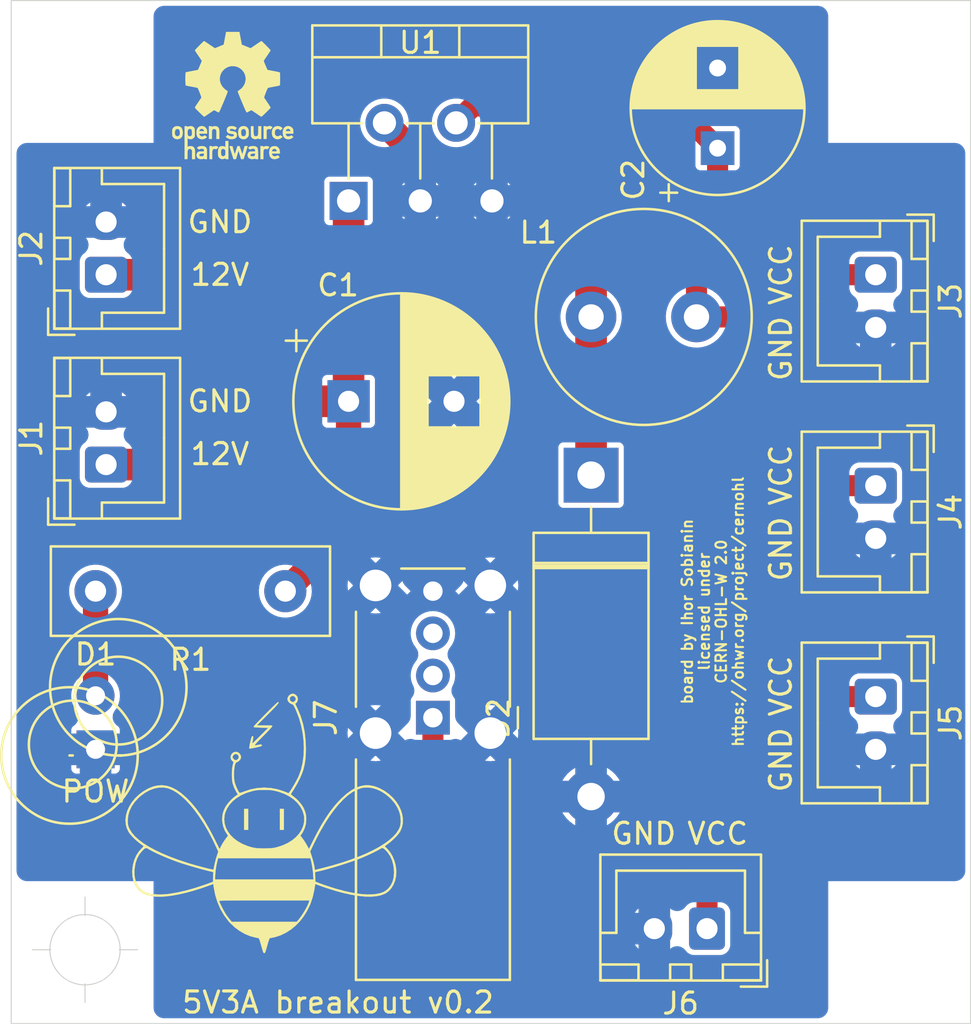
<source format=kicad_pcb>
(kicad_pcb (version 20171130) (host pcbnew "(5.1.4-0-10_14)")
  (layers (0 F.Cu signal) (31 B.Cu signal hide) (34 B.Paste user) (35 F.Paste user) (36 B.SilkS user) (37 F.SilkS user) (38 B.Mask user) (39 F.Mask user) (44 Edge.Cuts user))
  (net 0 "")
  (net 1 "GND")
  (net 2 "Net-(C1-Pad1)")
  (net 3 "Net-(C2-Pad1)")
  (net 4 "Net-(D1-Pad2)")
  (net 5 "Net-(D2-Pad1)")
  (module "MountingHole:MountingHole_3.2mm_M3_DIN965" (layer "F.Cu") (at 162 115.5)
    (fp_text reference "REF**" hide)
    (fp_text value "MountingHole_3.2mm_M3_DIN965" hide)
    (pad "" np_thru_hole circle (at 0 0) (size 3.2 3.2) (drill 3.2) (layers *.Cu *.Mask))
  )
  (module "MountingHole:MountingHole_3.2mm_M3_DIN965" (layer "F.Cu") (at 162 157)
    (fp_text reference "REF**" hide)
    (fp_text value "MountingHole_3.2mm_M3_DIN965" hide)
    (pad "" np_thru_hole circle (at 0 0) (size 3.2 3.2) (drill 3.2) (layers *.Cu *.Mask))
  )
  (module "MountingHole:MountingHole_3.2mm_M3_DIN965" (layer "F.Cu") (at 200.5 157)
    (fp_text reference "REF**" hide)
    (fp_text value "MountingHole_3.2mm_M3_DIN965" hide)
    (pad "" np_thru_hole circle (at 0 0) (size 3.2 3.2) (drill 3.2) (layers *.Cu *.Mask))
  )
  (module "MountingHole:MountingHole_3.2mm_M3_DIN965" (layer "F.Cu") (at 200.5 115.5)
    (fp_text reference "REF**" hide)
    (fp_text value "MountingHole_3.2mm_M3_DIN965" hide)
    (pad "" np_thru_hole circle (at 0 0) (size 3.2 3.2) (drill 3.2) (layers *.Cu *.Mask))
  )
  (module "Inductor_THT:L_Radial_D10.0mm_P5.00mm_Neosid_SD12_style3" (layer "F.Cu") (at 186 127)
    (fp_text reference "L1" (at -2.5 -4) (layer "F.SilkS"))
    (fp_text value "33µH")
    (pad "1" thru_hole circle (at 0 0) (size 2.4 2.4) (drill 1.2) (layers *.Cu *.Mask) (net 5 "Net-(D2-Pad1)"))
    (pad "2" thru_hole circle (at 5 0) (size 2.4 2.4) (drill 1.2) (layers *.Cu *.Mask) (net 3 "Net-(C2-Pad1)"))
  )
  (module "Connector_JST:JST_XH_B2B-XH-A_1x02_P2.50mm_Vertical" (layer "F.Cu") (at 199.5 135 -90)
    (fp_text reference "J4" (at 1.25 -3.55 90) (layer "F.SilkS"))
    (fp_text value "Conn_01x02" hide)
    (pad "1" thru_hole roundrect (at 0 0 270) (size 1.7 2) (drill 1) (layers *.Cu *.Mask) (roundrect_rratio 0.147059) (net 3 "Net-(C2-Pad1)"))
    (pad "2" thru_hole oval (at 2.5 0 270) (size 1.7 2) (drill 1) (layers *.Cu *.Mask) (net 1 "GND"))
  )
  (module "Connector_JST:JST_XH_B2B-XH-A_1x02_P2.50mm_Vertical" (layer "F.Cu") (at 199.5 125 -90)
    (fp_text reference "J3" (at 1.25 -3.55 90) (layer "F.SilkS"))
    (fp_text value "Conn_01x02")
    (pad "1" thru_hole roundrect (at 0 0 270) (size 1.7 2) (drill 1) (layers *.Cu *.Mask) (roundrect_rratio 0.147059) (net 3 "Net-(C2-Pad1)"))
    (pad "2" thru_hole oval (at 2.5 0 270) (size 1.7 2) (drill 1) (layers *.Cu *.Mask) (net 1 "GND"))
  )
  (module "Diode_THT:D_DO-201_P15.24mm_Horizontal" (layer "F.Cu") (at 186 134.5 -90)
    (fp_text reference "D2" (at 11.55 4.39 90) (layer "F.SilkS"))
    (fp_text value "D_Schottky")
    (pad "1" thru_hole rect (at 0 0 270) (size 2.6 2.6) (drill 1.3) (layers *.Cu *.Mask) (net 5 "Net-(D2-Pad1)"))
    (pad "2" thru_hole oval (at 15.24 0 270) (size 2.6 2.6) (drill 1.3) (layers *.Cu *.Mask) (net 1 "GND"))
  )
  (module "Capacitor_THT:CP_Radial_D8.0mm_P3.80mm" (layer "F.Cu") (at 192 119 90)
    (fp_text reference "C2" (at -1.5 -4 90) (layer "F.SilkS"))
    (fp_text value "220µ")
    (pad "1" thru_hole rect (at 0 0 90) (size 1.6 1.6) (drill 0.8) (layers *.Cu *.Mask) (net 3 "Net-(C2-Pad1)"))
    (pad "2" thru_hole circle (at 3.8 0 90) (size 1.6 1.6) (drill 0.8) (layers *.Cu *.Mask) (net 1 "GND"))
  )
  (module "Capacitor_THT:CP_Radial_D10.0mm_P5.00mm" (layer "F.Cu") (at 174.5 131)
    (fp_text reference "C1" (at -0.5 -5.5) (layer "F.SilkS"))
    (fp_text value "680µ")
    (pad "1" thru_hole rect (at 0 0) (size 2 2) (drill 1) (layers *.Cu *.Mask) (net 2 "Net-(C1-Pad1)"))
    (pad "2" thru_hole circle (at 5 0) (size 2 2) (drill 1) (layers *.Cu *.Mask) (net 1 "GND"))
  )
  (module "Symbol:OSHW-Logo_5.7x6mm_SilkScreen" (layer "F.Cu") (at 169 116.5)
    (fp_text reference "REF**" hide)
    (fp_text value "OSHW-Logo_5.7x6mm_SilkScreen" hide)
  )
  (module "Package_TO_SOT_THT:TO-220-5_P3.4x3.7mm_StaggerOdd_Lead3.8mm_Vertical" (layer "F.Cu") (at 174.5 121.5)
    (fp_text reference "U1" (at 3.4 -7.5) (layer "F.SilkS"))
    (fp_text value "LM2596S-5")
    (pad "1" thru_hole rect (at 0 0) (size 1.8 1.8) (drill 1.1) (layers *.Cu *.Mask) (net 2 "Net-(C1-Pad1)"))
    (pad "2" thru_hole oval (at 1.7 -3.7) (size 1.8 1.8) (drill 1.1) (layers *.Cu *.Mask) (net 5 "Net-(D2-Pad1)"))
    (pad "3" thru_hole oval (at 3.4 0) (size 1.8 1.8) (drill 1.1) (layers *.Cu *.Mask) (net 1 "GND"))
    (pad "4" thru_hole oval (at 5.1 -3.7) (size 1.8 1.8) (drill 1.1) (layers *.Cu *.Mask) (net 3 "Net-(C2-Pad1)"))
    (pad "5" thru_hole oval (at 6.8 0) (size 1.8 1.8) (drill 1.1) (layers *.Cu *.Mask) (net 1 "GND"))
  )
  (module "Connector_JST:JST_XH_B2B-XH-A_1x02_P2.50mm_Vertical" (layer "F.Cu") (at 163 134 90)
    (fp_text reference "J1" (at 1.25 -3.55 90) (layer "F.SilkS"))
    (fp_text value "Conn_01x02")
    (pad "1" thru_hole roundrect (at 0 0 90) (size 1.7 2) (drill 1) (layers *.Cu *.Mask) (roundrect_rratio 0.147059) (net 2 "Net-(C1-Pad1)"))
    (pad "2" thru_hole oval (at 2.5 0 90) (size 1.7 2) (drill 1) (layers *.Cu *.Mask) (net 1 "GND"))
  )
  (module "Connector_JST:JST_XH_B2B-XH-A_1x02_P2.50mm_Vertical" (layer "F.Cu") (at 163 125 90)
    (fp_text reference "J2" (at 1.25 -3.55 90) (layer "F.SilkS"))
    (fp_text value "Conn_01x02")
    (pad "1" thru_hole roundrect (at 0 0 90) (size 1.7 2) (drill 1) (layers *.Cu *.Mask) (roundrect_rratio 0.147059) (net 2 "Net-(C1-Pad1)"))
    (pad "2" thru_hole oval (at 2.5 0 90) (size 1.7 2) (drill 1) (layers *.Cu *.Mask) (net 1 "GND"))
  )
  (module "LED_THT:LED_D3.0mm" (layer "F.Cu") (at 162.5 147.5 90)
    (fp_text reference "D1" (at 4.5 0 180) (layer "F.SilkS"))
    (fp_text value "LED")
    (pad "1" thru_hole rect (at 0 0 90) (size 1.8 1.8) (drill 0.9) (layers *.Cu *.Mask) (net 1 "GND"))
    (pad "2" thru_hole circle (at 2.54 0 90) (size 1.8 1.8) (drill 0.9) (layers *.Cu *.Mask) (net 4 "Net-(D1-Pad2)"))
  )
  (module "Resistor_THT:R_Box_L13.0mm_W4.0mm_P9.00mm" (layer "F.Cu") (at 171.5 140 180)
    (fp_text reference "R1" (at 4.5 -3.25) (layer "F.SilkS"))
    (fp_text value "560")
    (pad "1" thru_hole circle (at 0 0 180) (size 2 2) (drill 1) (layers *.Cu *.Mask) (net 2 "Net-(C1-Pad1)"))
    (pad "2" thru_hole circle (at 9 0 180) (size 2 2) (drill 1) (layers *.Cu *.Mask) (net 4 "Net-(D1-Pad2)"))
  )
  (module "Connector_JST:JST_XH_B2B-XH-A_1x02_P2.50mm_Vertical" (layer "F.Cu") (at 199.5 145 -90)
    (fp_text reference "J5" (at 1.25 -3.55 90) (layer "F.SilkS"))
    (fp_text value "Conn_01x02")
    (pad "1" thru_hole roundrect (at 0 0 270) (size 1.7 2) (drill 1) (layers *.Cu *.Mask) (roundrect_rratio 0.147059) (net 3 "Net-(C2-Pad1)"))
    (pad "2" thru_hole oval (at 2.5 0 270) (size 1.7 2) (drill 1) (layers *.Cu *.Mask) (net 1 "GND"))
  )
  (module "Connector_JST:JST_XH_B2B-XH-A_1x02_P2.50mm_Vertical" (layer "F.Cu") (at 191.5 156 180)
    (fp_text reference "J6" (at 1.25 -3.55) (layer "F.SilkS"))
    (fp_text value "Conn_01x02")
    (pad "1" thru_hole roundrect (at 0 0 180) (size 1.7 2) (drill 1) (layers *.Cu *.Mask) (roundrect_rratio 0.147059) (net 3 "Net-(C2-Pad1)"))
    (pad "2" thru_hole oval (at 2.5 0 180) (size 1.7 2) (drill 1) (layers *.Cu *.Mask) (net 1 "GND"))
  )
  (module "logo-beehive:logo-beehive-13_2х12_3mm" (layer "F.Cu") (at 170.5 151)
    (fp_text reference "G***" hide)
    (fp_text value "LOGO" hide)
  )
  (module "Connector_USB:USB_A_Wuerth_614004134726_Horizontal" (layer "F.Cu") (at 178.5 146 90)
    (fp_text reference "J7" (at 0 -5.08 90) (layer "F.SilkS"))
    (fp_text value "USB_A")
    (pad "1" thru_hole rect (at 0 0 90) (size 1.6 1.6) (drill 0.92) (layers *.Cu *.Mask) (net 3 "Net-(C2-Pad1)"))
    (pad "2" thru_hole circle (at 2 0 90) (size 1.6 1.6) (drill 0.92) (layers *.Cu *.Mask))
    (pad "3" thru_hole circle (at 4 0 90) (size 1.6 1.6) (drill 0.92) (layers *.Cu *.Mask))
    (pad "4" thru_hole circle (at 6 0 90) (size 1.6 1.6) (drill 0.92) (layers *.Cu *.Mask) (net 1 "GND"))
    (pad "5" thru_hole circle (at 6.27 2.72 90) (size 2.15 2.15) (drill 1.5) (layers *.Cu *.Mask) (net 1 "GND"))
    (pad "5" thru_hole circle (at -0.73 -2.72 90) (size 2.15 2.15) (drill 1.5) (layers *.Cu *.Mask) (net 1 "GND"))
    (pad "5" thru_hole circle (at -0.73 2.72 90) (size 2.15 2.15) (drill 1.5) (layers *.Cu *.Mask) (net 1 "GND"))
    (pad "5" thru_hole circle (at 6.27 -2.72 90) (size 2.15 2.15) (drill 1.5) (layers *.Cu *.Mask) (net 1 "GND"))
  )
  (gr_line (start 158.5 160.5) (end 158.5 112) (layer "Edge.Cuts") (width 0.05))
  (gr_line (start 204 160.5) (end 158.5 160.5) (layer "Edge.Cuts") (width 0.05))
  (gr_line (start 204 112) (end 204 160.5) (layer "Edge.Cuts") (width 0.05))
  (gr_line (start 158.5 112) (end 204 112) (layer "Edge.Cuts") (width 0.05))
  (gr_text "GND" (at 188.5 151.5) (layer "F.SilkS") (effects (font (size 1 1))))
  (gr_text "VCC" (at 192 151.5) (layer "F.SilkS") (effects (font (size 1 1))))
  (gr_text "12V" (at 168.4 125) (layer "F.SilkS") (effects (font (size 1 1))))
  (gr_text "GND" (at 168.4 122.5) (layer "F.SilkS") (effects (font (size 1 1))))
  (gr_text "12V" (at 168.4 133.5) (layer "F.SilkS") (effects (font (size 1 1))))
  (gr_text "GND" (at 168.4 131) (layer "F.SilkS") (effects (font (size 1 1))))
  (gr_text "POW" (at 162.5 149.5) (layer "F.SilkS") (effects (font (size 1 1))))
  (gr_text "GND" (at 195 148 90) (layer "F.SilkS") (effects (font (size 1 1))))
  (gr_text "VCC" (at 195 144.5 90) (layer "F.SilkS") (effects (font (size 1 1))))
  (gr_text "5V3A breakout v0.2" (at 174 159.5) (layer "F.SilkS") (effects (font (size 1 1))))
  (gr_text "board by Ihor Sobianin\nlicensed under\nCERN-OHL-W 2.0\nhttps://ohwr.org/project/cernohl" (at 191.77 140.97 90) (layer "F.SilkS") (effects (font (size 0.5 0.5) (thickness 0.1))))
  (gr_text "GND" (at 195 128.5 90) (layer "F.SilkS") (effects (font (size 1 1))))
  (gr_text "VCC" (at 195 125 90) (layer "F.SilkS") (effects (font (size 1 1))))
  (gr_text "GND" (at 195 138 90) (layer "F.SilkS") (effects (font (size 1 1))))
  (gr_text "VCC" (at 195 134.5 90) (layer "F.SilkS") (effects (font (size 1 1))))
  (target plus (at 162 157) (size 5) (width 0.05) (layer "Edge.Cuts"))
  (segment (start 167.5 133) (end 167.5 129.804402) (width 1.5) (layer "F.Cu") (net 2))
  (segment (start 166.5 125) (end 167.5 126) (width 1.5) (layer "F.Cu") (net 2))
  (segment (start 167.5 128.5) (end 167.5 129.5) (width 1.5) (layer "F.Cu") (net 2))
  (segment (start 174.5 131) (end 174.5 137) (width 1.2) (layer "F.Cu") (net 2))
  (segment (start 167.5 129.5) (end 169 131) (width 1.5) (layer "F.Cu") (net 2))
  (segment (start 167.5 132.5) (end 169 131) (width 1.25) (layer "F.Cu") (net 2))
  (segment (start 163 134) (end 166.5 134) (width 1.5) (layer "F.Cu") (net 2))
  (segment (start 166.5 134) (end 167.5 133) (width 1.5) (layer "F.Cu") (net 2))
  (segment (start 167.5 126) (end 167.5 128.5) (width 1.5) (layer "F.Cu") (net 2))
  (segment (start 163 125) (end 166.5 125) (width 1.5) (layer "F.Cu") (net 2))
  (segment (start 167.5 128.804402) (end 167.5 128.5) (width 1.5) (layer "F.Cu") (net 2))
  (segment (start 174.5 137) (end 171.5 140) (width 1.2) (layer "F.Cu") (net 2))
  (segment (start 169 131) (end 174.5 131) (width 1.5) (layer "F.Cu") (net 2))
  (segment (start 174.5 131) (end 174.5 121.5) (width 1.5) (layer "F.Cu") (net 2))
  (segment (start 195.5 145) (end 199.5 145) (width 1) (layer "F.Cu") (net 3))
  (segment (start 195.5 128) (end 194.5 127) (width 1) (layer "F.Cu") (net 3))
  (segment (start 196.5 145) (end 195.5 146) (width 1) (layer "F.Cu") (net 3))
  (segment (start 195.5 144) (end 196.5 145) (width 1) (layer "F.Cu") (net 3))
  (segment (start 191.5 156) (end 191.5 153) (width 1) (layer "F.Cu") (net 3))
  (segment (start 194 153) (end 182 153) (width 1) (layer "F.Cu") (net 3))
  (segment (start 182 153) (end 178.5 149.5) (width 1) (layer "F.Cu") (net 3))
  (segment (start 178.5 149.5) (end 178.5 146) (width 1) (layer "F.Cu") (net 3))
  (segment (start 191 125.302944) (end 191 127) (width 1) (layer "F.Cu") (net 3))
  (segment (start 196.5 135) (end 195.5 136) (width 1) (layer "F.Cu") (net 3))
  (segment (start 180.4 117) (end 190 117) (width 1) (layer "F.Cu") (net 3))
  (segment (start 195.5 135) (end 199.5 135) (width 1) (layer "F.Cu") (net 3))
  (segment (start 199.5 125) (end 196.5 125) (width 1) (layer "F.Cu") (net 3))
  (segment (start 195.5 134) (end 196.5 135) (width 1) (layer "F.Cu") (net 3))
  (segment (start 191 127) (end 194.5 127) (width 1) (layer "F.Cu") (net 3))
  (segment (start 190 117) (end 192 119) (width 1) (layer "F.Cu") (net 3))
  (segment (start 195.5 126) (end 195.5 151.5) (width 1) (layer "F.Cu") (net 3))
  (segment (start 191.5 154) (end 190.5 153) (width 1) (layer "F.Cu") (net 3))
  (segment (start 194.5 127) (end 195.5 126) (width 1) (layer "F.Cu") (net 3))
  (segment (start 192 124.302944) (end 191 125.302944) (width 1) (layer "F.Cu") (net 3))
  (segment (start 192 119) (end 192 124.302944) (width 1) (layer "F.Cu") (net 3))
  (segment (start 196.5 125) (end 195.5 126) (width 1) (layer "F.Cu") (net 3))
  (segment (start 192.5 153) (end 191.5 154) (width 1) (layer "F.Cu") (net 3))
  (segment (start 179.6 117.8) (end 180.4 117) (width 1) (layer "F.Cu") (net 3))
  (segment (start 195.5 151.5) (end 194 153) (width 1) (layer "F.Cu") (net 3))
  (segment (start 194.5 127) (end 195 127) (width 1) (layer "F.Cu") (net 3))
  (segment (start 162.5 140) (end 162.5 144.96) (width 1.2) (layer "F.Cu") (net 4))
  (segment (start 186 134) (end 186 127) (width 1.5) (layer "F.Cu") (net 5))
  (segment (start 182.5 119.6) (end 178 119.6) (width 1.25) (layer "F.Cu") (net 5))
  (segment (start 178 119.6) (end 176.2 117.8) (width 1.25) (layer "F.Cu") (net 5))
  (segment (start 186 123.1) (end 182.5 119.6) (width 1.5) (layer "F.Cu") (net 5))
  (segment (start 186 123) (end 186 127) (width 1.5) (layer "F.Cu") (net 5))
  (zone (net 1) (net_name "GND") (layer "B.Cu") (connect_pads (clearance 0.5)) (min_thickness 0.5)
    (polygon (pts (xy 159 119) (xy 165.5 119) (xy 165.5 112.5) (xy 197 112.5) (xy 197 119) (xy 203.5 119) (xy 203.5 153.5) (xy 197 153.5) (xy 197 160) (xy 165.5 160) (xy 165.5 153.5) (xy 159 153.5)))
  )
)
</source>
